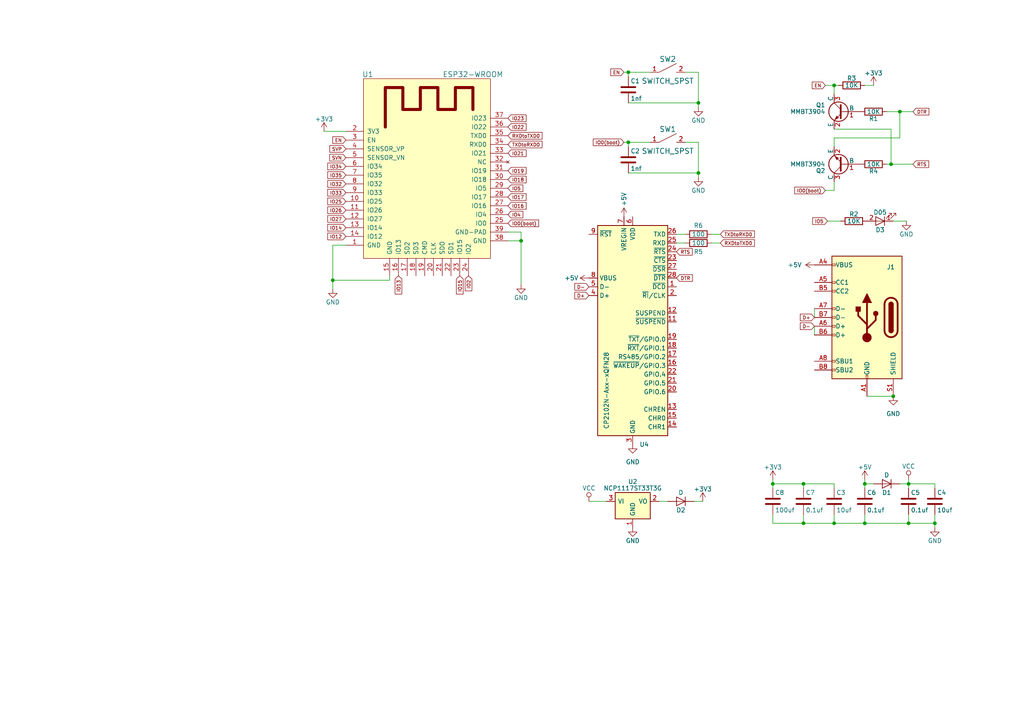
<source format=kicad_sch>
(kicad_sch (version 20220622) (generator eeschema)
  (paper "A4")
  (lib_symbols
    (symbol "Connector:USB_C_Receptacle_USB2.0" (pin_names (offset 1.016))
      (property "Reference" "J" (at -10.16 19.05 0))
      (property "Value" "USB_C_Receptacle_USB2.0" (at 19.05 19.05 0))
      (symbol "USB_C_Receptacle_USB2.0_0_0"
        (rectangle (start -0.254 -17.78) (end 0.254 -16.764))
        (rectangle (start 10.16 -14.986) (end 9.144 -15.494))
        (rectangle (start 10.16 -12.446) (end 9.144 -12.954))
        (rectangle (start 10.16 -4.826) (end 9.144 -5.334))
        (rectangle (start 10.16 -2.286) (end 9.144 -2.794))
        (rectangle (start 10.16 0.254) (end 9.144 -0.254))
        (rectangle (start 10.16 2.794) (end 9.144 2.286))
        (rectangle (start 10.16 7.874) (end 9.144 7.366))
        (rectangle (start 10.16 10.414) (end 9.144 9.906))
        (rectangle (start 10.16 15.494) (end 9.144 14.986))
      )
      (symbol "USB_C_Receptacle_USB2.0_0_1"
        (rectangle (start -10.16 17.78) (end 10.16 -17.78) (stroke (width 0.254)) (fill (type background)))
        (arc (start -8.89 -3.81) (mid -6.985 -5.715) (end -5.08 -3.81) (stroke (width 0.508)))
        (arc (start -7.62 -3.81) (mid -6.985 -4.445) (end -6.35 -3.81) (stroke (width 0.254)))
        (arc (start -7.62 -3.81) (mid -6.985 -4.445) (end -6.35 -3.81) (stroke (width 0.254)) (fill (type outline)))
        (rectangle (start -7.62 -3.81) (end -6.35 3.81) (stroke (width 0.254)) (fill (type outline)))
        (arc (start -6.35 3.81) (mid -6.985 4.445) (end -7.62 3.81) (stroke (width 0.254)))
        (arc (start -6.35 3.81) (mid -6.985 4.445) (end -7.62 3.81) (stroke (width 0.254)) (fill (type outline)))
        (arc (start -5.08 3.81) (mid -6.985 5.715) (end -8.89 3.81) (stroke (width 0.508)))
        (circle (center -2.54 1.143) (radius 0.635) (stroke (width 0.254)) (fill (type outline)))
        (circle (center 0 -5.842) (radius 1.27) (fill (type outline)))
        (polyline (pts (xy -8.89 -3.81) (xy -8.89 3.81)) (stroke (width 0.508)))
        (polyline (pts (xy -5.08 3.81) (xy -5.08 -3.81)) (stroke (width 0.508)))
        (polyline (pts (xy 0 -5.842) (xy 0 4.318)) (stroke (width 0.508)))
        (polyline (pts (xy 0 -3.302) (xy -2.54 -0.762) (xy -2.54 0.508)) (stroke (width 0.508)))
        (polyline (pts (xy 0 -2.032) (xy 2.54 0.508) (xy 2.54 1.778)) (stroke (width 0.508)))
        (polyline (pts (xy -1.27 4.318) (xy 0 6.858) (xy 1.27 4.318) (xy -1.27 4.318)) (stroke (width 0.254)) (fill (type outline)))
        (rectangle (start 1.905 1.778) (end 3.175 3.048) (stroke (width 0.254)) (fill (type outline)))
      )
      (symbol "USB_C_Receptacle_USB2.0_1_1"
        (pin passive line (at 0 -22.86 90) (length 5.08) (name "GND") (number "A1"))
        (pin passive line (at 0 -22.86 90) (length 5.08) hide (name "GND") (number "A12"))
        (pin passive line (at 15.24 15.24 180) (length 5.08) (name "VBUS") (number "A4"))
        (pin bidirectional line (at 15.24 10.16 180) (length 5.08) (name "CC1") (number "A5"))
        (pin bidirectional line (at 15.24 -2.54 180) (length 5.08) (name "D+") (number "A6"))
        (pin bidirectional line (at 15.24 2.54 180) (length 5.08) (name "D-") (number "A7"))
        (pin bidirectional line (at 15.24 -12.7 180) (length 5.08) (name "SBU1") (number "A8"))
        (pin passive line (at 15.24 15.24 180) (length 5.08) hide (name "VBUS") (number "A9"))
        (pin passive line (at 0 -22.86 90) (length 5.08) hide (name "GND") (number "B1"))
        (pin passive line (at 0 -22.86 90) (length 5.08) hide (name "GND") (number "B12"))
        (pin passive line (at 15.24 15.24 180) (length 5.08) hide (name "VBUS") (number "B4"))
        (pin bidirectional line (at 15.24 7.62 180) (length 5.08) (name "CC2") (number "B5"))
        (pin bidirectional line (at 15.24 -5.08 180) (length 5.08) (name "D+") (number "B6"))
        (pin bidirectional line (at 15.24 0 180) (length 5.08) (name "D-") (number "B7"))
        (pin bidirectional line (at 15.24 -15.24 180) (length 5.08) (name "SBU2") (number "B8"))
        (pin passive line (at 15.24 15.24 180) (length 5.08) hide (name "VBUS") (number "B9"))
        (pin passive line (at -7.62 -22.86 90) (length 5.08) (name "SHIELD") (number "S1"))
      )
    )
    (symbol "Interface_USB:CP2102N-Axx-xQFN28"
      (property "Reference" "U" (at -8.89 31.75 0))
      (property "Value" "CP2102N-Axx-xQFN28" (at 12.7 31.75 0))
      (symbol "CP2102N-Axx-xQFN28_0_1"
        (rectangle (start -10.16 30.48) (end 10.16 -30.48) (stroke (width 0.254)) (fill (type background)))
      )
      (symbol "CP2102N-Axx-xQFN28_1_1"
        (pin input line (at 12.7 12.7 180) (length 2.54) (name "~{DCD}") (number "1"))
        (pin no_connect line (at -10.16 -27.94 0) (length 2.54) hide (name "NC") (number "10"))
        (pin output line (at 12.7 2.54 180) (length 2.54) (name "~{SUSPEND}") (number "11"))
        (pin output line (at 12.7 5.08 180) (length 2.54) (name "SUSPEND") (number "12"))
        (pin output line (at 12.7 -22.86 180) (length 2.54) (name "CHREN") (number "13"))
        (pin output line (at 12.7 -27.94 180) (length 2.54) (name "CHR1") (number "14"))
        (pin output line (at 12.7 -25.4 180) (length 2.54) (name "CHR0") (number "15"))
        (pin bidirectional line (at 12.7 -10.16 180) (length 2.54) (name "~{WAKEUP}/GPIO.3") (number "16"))
        (pin bidirectional line (at 12.7 -7.62 180) (length 2.54) (name "RS485/GPIO.2") (number "17"))
        (pin bidirectional line (at 12.7 -5.08 180) (length 2.54) (name "~{RXT}/GPIO.1") (number "18"))
        (pin bidirectional line (at 12.7 -2.54 180) (length 2.54) (name "~{TXT}/GPIO.0") (number "19"))
        (pin bidirectional line (at 12.7 10.16 180) (length 2.54) (name "~{RI}/CLK") (number "2"))
        (pin bidirectional line (at 12.7 -17.78 180) (length 2.54) (name "GPIO.6") (number "20"))
        (pin bidirectional line (at 12.7 -15.24 180) (length 2.54) (name "GPIO.5") (number "21"))
        (pin bidirectional line (at 12.7 -12.7 180) (length 2.54) (name "GPIO.4") (number "22"))
        (pin input line (at 12.7 20.32 180) (length 2.54) (name "~{CTS}") (number "23"))
        (pin output line (at 12.7 22.86 180) (length 2.54) (name "~{RTS}") (number "24"))
        (pin input line (at 12.7 25.4 180) (length 2.54) (name "RXD") (number "25"))
        (pin output line (at 12.7 27.94 180) (length 2.54) (name "TXD") (number "26"))
        (pin input line (at 12.7 17.78 180) (length 2.54) (name "~{DSR}") (number "27"))
        (pin output line (at 12.7 15.24 180) (length 2.54) (name "~{DTR}") (number "28"))
        (pin passive line (at 0 -33.02 90) (length 2.54) hide (name "GND") (number "29"))
        (pin power_in line (at 0 -33.02 90) (length 2.54) (name "GND") (number "3"))
        (pin bidirectional line (at -12.7 10.16 0) (length 2.54) (name "D+") (number "4"))
        (pin bidirectional line (at -12.7 12.7 0) (length 2.54) (name "D-") (number "5"))
        (pin power_in line (at 0 33.02 270) (length 2.54) (name "VDD") (number "6"))
        (pin power_in line (at -2.54 33.02 270) (length 2.54) (name "VREGIN") (number "7"))
        (pin input line (at -12.7 15.24 0) (length 2.54) (name "VBUS") (number "8"))
        (pin input line (at -12.7 27.94 0) (length 2.54) (name "~{RST}") (number "9"))
      )
    )
    (symbol "esp32bb-rescue:+3.3V-esp32bb-rescue" (power) (pin_names (offset 0))
      (property "Value" "+3.3V-esp32bb-rescue" (at 0 3.556 0))
      (symbol "+3.3V-esp32bb-rescue_0_1"
        (polyline (pts (xy -0.762 1.27) (xy 0 2.54)))
        (polyline (pts (xy 0 0) (xy 0 2.54)))
        (polyline (pts (xy 0 2.54) (xy 0.762 1.27)))
      )
      (symbol "+3.3V-esp32bb-rescue_1_1"
        (pin power_in line (at 0 0 90) (length 0) hide (name "+3V3") (number "1"))
      )
    )
    (symbol "esp32bb-rescue:+5V-esp32bb-rescue" (power) (pin_names (offset 0))
      (property "Value" "+5V-esp32bb-rescue" (at 0 3.556 0))
      (symbol "+5V-esp32bb-rescue_0_1"
        (polyline (pts (xy -0.762 1.27) (xy 0 2.54)))
        (polyline (pts (xy 0 0) (xy 0 2.54)))
        (polyline (pts (xy 0 2.54) (xy 0.762 1.27)))
      )
      (symbol "+5V-esp32bb-rescue_1_1"
        (pin power_in line (at 0 0 90) (length 0) hide (name "+5V") (number "1"))
      )
    )
    (symbol "esp32bb-rescue:C-esp32bb-rescue" (pin_numbers hide) (pin_names (offset 0.254))
      (property "Reference" "C" (at 0.635 2.54 0))
      (property "Value" "C-esp32bb-rescue" (at 0.635 -2.54 0))
      (symbol "C-esp32bb-rescue_0_1"
        (polyline (pts (xy -2.032 -0.762) (xy 2.032 -0.762)) (stroke (width 0.508)))
        (polyline (pts (xy -2.032 0.762) (xy 2.032 0.762)) (stroke (width 0.508)))
      )
      (symbol "C-esp32bb-rescue_1_1"
        (pin passive line (at 0 3.81 270) (length 2.794) (name "~") (number "1"))
        (pin passive line (at 0 -3.81 90) (length 2.794) (name "~") (number "2"))
      )
    )
    (symbol "esp32bb-rescue:D-esp32bb-rescue" (pin_numbers hide) (pin_names (offset 1.016) hide)
      (property "Reference" "D" (at 0 2.54 0))
      (property "Value" "D-esp32bb-rescue" (at 0 -2.54 0))
      (symbol "D-esp32bb-rescue_0_1"
        (polyline (pts (xy -1.27 1.27) (xy -1.27 -1.27)) (stroke (width 0.2032)))
        (polyline (pts (xy 1.27 0) (xy -1.27 0)))
        (polyline (pts (xy 1.27 1.27) (xy 1.27 -1.27) (xy -1.27 0) (xy 1.27 1.27)) (stroke (width 0.2032)))
      )
      (symbol "D-esp32bb-rescue_1_1"
        (pin passive line (at -3.81 0 0) (length 2.54) (name "K") (number "1"))
        (pin passive line (at 3.81 0 180) (length 2.54) (name "A") (number "2"))
      )
    )
    (symbol "esp32bb-rescue:ESP32-WROOM-esp32bb-rescue" (pin_names (offset 1.016))
      (property "Reference" "U" (at -17.78 31.75 0))
      (property "Value" "ESP32-WROOM-esp32bb-rescue" (at 12.7 31.75 0))
      (symbol "ESP32-WROOM-esp32bb-rescue_0_1"
        (rectangle (start -19.05 30.48) (end 17.78 -21.59) (fill (type background)))
        (polyline (pts (xy -12.7 16.51) (xy -12.7 27.94) (xy -7.62 27.94) (xy -7.62 21.59) (xy -2.54 21.59) (xy -2.54 27.94) (xy 2.54 27.94) (xy 2.54 21.59) (xy 7.62 21.59) (xy 7.62 27.94) (xy 12.7 27.94) (xy 12.7 21.59)) (stroke (width 0.889)))
      )
      (symbol "ESP32-WROOM-esp32bb-rescue_1_1"
        (pin power_out line (at -24.13 -17.78 0) (length 5.08) (name "GND") (number "1"))
        (pin bidirectional line (at -24.13 -5.08 0) (length 5.08) (name "IO25") (number "10"))
        (pin bidirectional line (at -24.13 -7.62 0) (length 5.08) (name "IO26") (number "11"))
        (pin bidirectional line (at -24.13 -10.16 0) (length 5.08) (name "IO27") (number "12"))
        (pin bidirectional line (at -24.13 -12.7 0) (length 5.08) (name "IO14") (number "13"))
        (pin bidirectional line (at -24.13 -15.24 0) (length 5.08) (name "IO12") (number "14"))
        (pin power_in line (at -11.43 -26.67 90) (length 5.08) (name "GND") (number "15"))
        (pin bidirectional line (at -8.89 -26.67 90) (length 5.08) (name "IO13") (number "16"))
        (pin bidirectional line (at -6.35 -26.67 90) (length 5.08) (name "SD2") (number "17"))
        (pin bidirectional line (at -3.81 -26.67 90) (length 5.08) (name "SD3") (number "18"))
        (pin bidirectional line (at -1.27 -26.67 90) (length 5.08) (name "CMD") (number "19"))
        (pin power_in line (at -24.13 15.24 0) (length 5.08) (name "3V3") (number "2"))
        (pin input line (at 1.27 -26.67 90) (length 5.08) (name "CLK") (number "20"))
        (pin bidirectional line (at 3.81 -26.67 90) (length 5.08) (name "SDO") (number "21"))
        (pin bidirectional line (at 6.35 -26.67 90) (length 5.08) (name "SD1") (number "22"))
        (pin bidirectional line (at 8.89 -26.67 90) (length 5.08) (name "IO15") (number "23"))
        (pin bidirectional line (at 11.43 -26.67 90) (length 5.08) (name "IO2") (number "24"))
        (pin bidirectional line (at 22.86 -11.43 180) (length 5.08) (name "IO0") (number "25"))
        (pin input line (at 22.86 -8.89 180) (length 5.08) (name "IO4") (number "26"))
        (pin bidirectional line (at 22.86 -6.35 180) (length 5.08) (name "IO16") (number "27"))
        (pin bidirectional line (at 22.86 -3.81 180) (length 5.08) (name "IO17") (number "28"))
        (pin bidirectional line (at 22.86 -1.27 180) (length 5.08) (name "IO5") (number "29"))
        (pin input line (at -24.13 12.7 0) (length 5.08) (name "EN") (number "3"))
        (pin input line (at 22.86 1.27 180) (length 5.08) (name "IO18") (number "30"))
        (pin bidirectional line (at 22.86 3.81 180) (length 5.08) (name "IO19") (number "31"))
        (pin no_connect line (at 22.86 6.35 180) (length 5.08) (name "NC") (number "32"))
        (pin bidirectional line (at 22.86 8.89 180) (length 5.08) (name "IO21") (number "33"))
        (pin bidirectional line (at 22.86 11.43 180) (length 5.08) (name "RXD0") (number "34"))
        (pin bidirectional line (at 22.86 13.97 180) (length 5.08) (name "TXD0") (number "35"))
        (pin bidirectional line (at 22.86 16.51 180) (length 5.08) (name "IO22") (number "36"))
        (pin bidirectional line (at 22.86 19.05 180) (length 5.08) (name "IO23") (number "37"))
        (pin power_in line (at 22.86 -16.51 180) (length 5.08) (name "GND") (number "38"))
        (pin power_in line (at 22.86 -13.97 180) (length 5.08) (name "GND-PAD") (number "39"))
        (pin input line (at -24.13 10.16 0) (length 5.08) (name "SENSOR_VP") (number "4"))
        (pin input line (at -24.13 7.62 0) (length 5.08) (name "SENSOR_VN") (number "5"))
        (pin bidirectional line (at -24.13 5.08 0) (length 5.08) (name "IO34") (number "6"))
        (pin bidirectional line (at -24.13 2.54 0) (length 5.08) (name "IO35") (number "7"))
        (pin bidirectional line (at -24.13 0 0) (length 5.08) (name "IO32") (number "8"))
        (pin bidirectional line (at -24.13 -2.54 0) (length 5.08) (name "IO33") (number "9"))
      )
    )
    (symbol "esp32bb-rescue:GND-esp32bb-rescue" (power) (pin_names (offset 0))
      (property "Value" "GND-esp32bb-rescue" (at 0 -3.81 0))
      (symbol "GND-esp32bb-rescue_0_1"
        (polyline (pts (xy 0 0) (xy 0 -1.27) (xy 1.27 -1.27) (xy 0 -2.54) (xy -1.27 -1.27) (xy 0 -1.27)))
      )
      (symbol "GND-esp32bb-rescue_1_1"
        (pin power_in line (at 0 0 270) (length 0) hide (name "GND") (number "1"))
      )
    )
    (symbol "esp32bb-rescue:LED-esp32bb-rescue" (pin_names (offset 1.016) hide)
      (property "Reference" "D" (at 0 2.54 0))
      (property "Value" "LED-esp32bb-rescue" (at 0 -2.54 0))
      (symbol "LED-esp32bb-rescue_0_1"
        (polyline (pts (xy -1.27 -1.27) (xy -1.27 1.27)) (stroke (width 0.2032)))
        (polyline (pts (xy -1.27 0) (xy 1.27 0)))
        (polyline (pts (xy 1.27 -1.27) (xy 1.27 1.27) (xy -1.27 0) (xy 1.27 -1.27)) (stroke (width 0.2032)))
        (polyline (pts (xy -3.048 -0.762) (xy -4.572 -2.286) (xy -3.81 -2.286) (xy -4.572 -2.286) (xy -4.572 -1.524)))
        (polyline (pts (xy -1.778 -0.762) (xy -3.302 -2.286) (xy -2.54 -2.286) (xy -3.302 -2.286) (xy -3.302 -1.524)))
      )
      (symbol "LED-esp32bb-rescue_1_1"
        (pin passive line (at -3.81 0 0) (length 2.54) (name "K") (number "1"))
        (pin passive line (at 3.81 0 180) (length 2.54) (name "A") (number "2"))
      )
    )
    (symbol "esp32bb-rescue:MMBT3904-esp32bb-rescue" (pin_names (offset 0))
      (property "Reference" "Q" (at 5.08 1.905 0))
      (property "Value" "MMBT3904-esp32bb-rescue" (at 5.08 0 0))
      (symbol "MMBT3904-esp32bb-rescue_0_1"
        (polyline (pts (xy 0 0) (xy 0.635 0)))
        (polyline (pts (xy 0.635 0.635) (xy 2.54 2.54)))
        (polyline (pts (xy 0.635 -0.635) (xy 2.54 -2.54) (xy 2.54 -2.54)))
        (polyline (pts (xy 0.635 1.905) (xy 0.635 -1.905) (xy 0.635 -1.905)) (stroke (width 0.508)))
        (polyline (pts (xy 1.27 -1.778) (xy 1.778 -1.27) (xy 2.286 -2.286) (xy 1.27 -1.778) (xy 1.27 -1.778)) (fill (type outline)))
        (circle (center 1.27 0) (radius 2.8194) (stroke (width 0.254)))
      )
      (symbol "MMBT3904-esp32bb-rescue_1_1"
        (pin input line (at -5.08 0 0) (length 5.08) (name "B") (number "1"))
        (pin passive line (at 2.54 -5.08 90) (length 2.54) (name "E") (number "2"))
        (pin passive line (at 2.54 5.08 270) (length 2.54) (name "C") (number "3"))
      )
    )
    (symbol "esp32bb-rescue:NCP1117ST33T3G-esp32bb-rescue" (pin_names (offset 0.762))
      (property "Reference" "U" (at 0 5.715 0))
      (property "Value" "NCP1117ST33T3G-esp32bb-rescue" (at 0 3.81 0))
      (symbol "NCP1117ST33T3G-esp32bb-rescue_0_1"
        (rectangle (start -5.08 2.54) (end 5.08 -5.08) (stroke (width 0.254)) (fill (type background)))
      )
      (symbol "NCP1117ST33T3G-esp32bb-rescue_1_1"
        (pin power_in line (at 0 -7.62 90) (length 2.54) (name "GND") (number "1"))
        (pin power_out line (at 7.62 0 180) (length 2.54) (name "VO") (number "2"))
        (pin power_in line (at -7.62 0 0) (length 2.54) (name "VI") (number "3"))
      )
    )
    (symbol "esp32bb-rescue:R-esp32bb-rescue" (pin_numbers hide) (pin_names (offset 0))
      (property "Reference" "R" (at 2.032 0 90))
      (property "Value" "R-esp32bb-rescue" (at 0 0 90))
      (symbol "R-esp32bb-rescue_0_1"
        (rectangle (start -1.016 -2.54) (end 1.016 2.54) (stroke (width 0.254)))
      )
      (symbol "R-esp32bb-rescue_1_1"
        (pin passive line (at 0 3.81 270) (length 1.27) (name "~") (number "1"))
        (pin passive line (at 0 -3.81 90) (length 1.27) (name "~") (number "2"))
      )
    )
    (symbol "esp32bb-rescue:SWITCH_SPST-esp32bb-rescue" (pin_names (offset 1.016))
      (property "Reference" "SW" (at 0 3.81 0))
      (property "Value" "SWITCH_SPST-esp32bb-rescue" (at 0 -2.54 0))
      (symbol "SWITCH_SPST-esp32bb-rescue_0_1"
        (polyline (pts (xy -2.54 0) (xy 2.54 2.54)))
      )
      (symbol "SWITCH_SPST-esp32bb-rescue_1_1"
        (pin input line (at -5.08 0 0) (length 2.54) (name "~") (number "1"))
        (pin input line (at 5.08 0 180) (length 2.54) (name "~") (number "2"))
      )
    )
    (symbol "esp32bb-rescue:VCC-esp32bb-rescue" (power) (pin_names (offset 0))
      (property "Value" "VCC-esp32bb-rescue" (at 0 3.81 0))
      (symbol "VCC-esp32bb-rescue_0_1"
        (polyline (pts (xy 0 0) (xy 0 1.27)))
        (circle (center 0 1.905) (radius 0.635))
      )
      (symbol "VCC-esp32bb-rescue_1_1"
        (pin power_in line (at 0 0 90) (length 0) hide (name "VCC") (number "1"))
      )
    )
    (symbol "power:GND" (power) (pin_names (offset 0))
      (property "Value" "GND" (at 0 -3.81 0))
      (symbol "GND_0_1"
        (polyline (pts (xy 0 0) (xy 0 -1.27) (xy 1.27 -1.27) (xy 0 -2.54) (xy -1.27 -1.27) (xy 0 -1.27)))
      )
      (symbol "GND_1_1"
        (pin power_in line (at 0 0 270) (length 0) hide (name "GND") (number "1"))
      )
    )
  )
  (junction (at 182.245 20.955))
  (junction (at 224.155 140.335))
  (junction (at 202.565 29.845))
  (junction (at 258.445 47.625))
  (junction (at 260.985 32.385))
  (junction (at 182.245 41.275))
  (junction (at 263.525 151.765))
  (junction (at 271.145 151.765))
  (junction (at 202.565 50.165))
  (junction (at 250.825 140.335))
  (junction (at 241.935 151.765))
  (junction (at 233.045 151.765))
  (junction (at 259.08 114.935))
  (junction (at 241.935 24.765))
  (junction (at 263.525 140.335))
  (junction (at 96.52 81.28))
  (junction (at 233.045 140.335))
  (junction (at 151.13 69.85))
  (junction (at 250.825 151.765))
  (wire (pts (xy 250.825 140.335) (xy 250.825 141.605)))
  (wire (pts (xy 250.825 139.065) (xy 250.825 140.335)))
  (wire (pts (xy 263.525 140.335) (xy 263.525 141.605)))
  (wire (pts (xy 239.395 24.765) (xy 241.935 24.765)))
  (wire (pts (xy 241.935 24.765) (xy 243.205 24.765)))
  (wire (pts (xy 224.155 139.065) (xy 224.155 140.335)))
  (wire (pts (xy 182.245 29.845) (xy 202.565 29.845)))
  (wire (pts (xy 180.975 20.955) (xy 182.245 20.955)))
  (wire (pts (xy 257.175 47.625) (xy 258.445 47.625)))
  (wire (pts (xy 263.525 140.335) (xy 271.145 140.335)))
  (wire (pts (xy 263.525 151.765) (xy 263.525 149.225)))
  (wire (pts (xy 257.175 32.385) (xy 260.985 32.385)))
  (wire (pts (xy 206.375 70.485) (xy 208.915 70.485)))
  (wire (pts (xy 236.22 89.535) (xy 236.22 92.075)))
  (wire (pts (xy 241.935 42.545) (xy 241.935 40.005)))
  (wire (pts (xy 260.985 140.335) (xy 263.525 140.335)))
  (wire (pts (xy 170.815 145.415) (xy 175.895 145.415)))
  (wire (pts (xy 198.755 41.275) (xy 202.565 41.275)))
  (wire (pts (xy 241.935 37.465) (xy 258.445 37.465)))
  (wire (pts (xy 241.935 55.245) (xy 241.935 52.705)))
  (wire (pts (xy 198.755 20.955) (xy 202.565 20.955)))
  (wire (pts (xy 180.975 41.275) (xy 182.245 41.275)))
  (wire (pts (xy 271.145 149.225) (xy 271.145 151.765)))
  (wire (pts (xy 239.395 55.245) (xy 241.935 55.245)))
  (wire (pts (xy 202.565 50.165) (xy 202.565 51.435)))
  (wire (pts (xy 233.045 141.605) (xy 233.045 140.335)))
  (wire (pts (xy 100.33 71.12) (xy 96.52 71.12)))
  (wire (pts (xy 251.46 114.935) (xy 259.08 114.935)))
  (wire (pts (xy 233.045 149.225) (xy 233.045 151.765)))
  (wire (pts (xy 182.245 20.955) (xy 188.595 20.955)))
  (wire (pts (xy 258.445 47.625) (xy 264.795 47.625)))
  (wire (pts (xy 233.045 140.335) (xy 241.935 140.335)))
  (wire (pts (xy 259.08 64.135) (xy 262.89 64.135)))
  (wire (pts (xy 224.155 140.335) (xy 233.045 140.335)))
  (wire (pts (xy 260.985 40.005) (xy 260.985 32.385)))
  (wire (pts (xy 182.245 41.275) (xy 188.595 41.275)))
  (wire (pts (xy 182.245 41.275) (xy 182.245 42.545)))
  (wire (pts (xy 241.935 151.765) (xy 250.825 151.765)))
  (wire (pts (xy 96.52 81.28) (xy 96.52 83.82)))
  (wire (pts (xy 224.155 149.225) (xy 224.155 151.765)))
  (wire (pts (xy 202.565 29.845) (xy 202.565 31.115)))
  (wire (pts (xy 182.245 20.955) (xy 182.245 22.225)))
  (wire (pts (xy 147.32 69.85) (xy 151.13 69.85)))
  (wire (pts (xy 202.565 20.955) (xy 202.565 29.845)))
  (wire (pts (xy 263.525 139.065) (xy 263.525 140.335)))
  (wire (pts (xy 198.755 67.945) (xy 196.215 67.945)))
  (wire (pts (xy 233.045 151.765) (xy 241.935 151.765)))
  (wire (pts (xy 224.155 151.765) (xy 233.045 151.765)))
  (wire (pts (xy 250.825 151.765) (xy 263.525 151.765)))
  (wire (pts (xy 258.445 37.465) (xy 258.445 47.625)))
  (wire (pts (xy 271.145 151.765) (xy 271.145 153.035)))
  (wire (pts (xy 206.375 67.945) (xy 208.915 67.945)))
  (wire (pts (xy 202.565 41.275) (xy 202.565 50.165)))
  (wire (pts (xy 271.145 140.335) (xy 271.145 141.605)))
  (wire (pts (xy 250.825 24.765) (xy 253.365 24.765)))
  (wire (pts (xy 263.525 151.765) (xy 271.145 151.765)))
  (wire (pts (xy 241.935 24.765) (xy 241.935 27.305)))
  (wire (pts (xy 182.245 50.165) (xy 202.565 50.165)))
  (wire (pts (xy 241.935 40.005) (xy 260.985 40.005)))
  (wire (pts (xy 250.825 149.225) (xy 250.825 151.765)))
  (wire (pts (xy 201.295 145.415) (xy 203.835 145.415)))
  (wire (pts (xy 151.13 67.31) (xy 151.13 69.85)))
  (wire (pts (xy 241.935 140.335) (xy 241.935 141.605)))
  (wire (pts (xy 198.755 70.485) (xy 196.215 70.485)))
  (wire (pts (xy 151.13 69.85) (xy 151.13 82.55)))
  (wire (pts (xy 113.03 80.01) (xy 113.03 81.28)))
  (wire (pts (xy 241.935 151.765) (xy 241.935 149.225)))
  (wire (pts (xy 260.985 32.385) (xy 264.795 32.385)))
  (wire (pts (xy 250.825 140.335) (xy 253.365 140.335)))
  (wire (pts (xy 147.32 67.31) (xy 151.13 67.31)))
  (wire (pts (xy 113.03 81.28) (xy 96.52 81.28)))
  (wire (pts (xy 240.03 64.135) (xy 243.84 64.135)))
  (wire (pts (xy 96.52 71.12) (xy 96.52 81.28)))
  (wire (pts (xy 193.675 145.415) (xy 191.135 145.415)))
  (wire (pts (xy 93.98 38.1) (xy 100.33 38.1)))
  (wire (pts (xy 224.155 140.335) (xy 224.155 141.605)))
  (wire (pts (xy 236.22 94.615) (xy 236.22 97.155)))
  (global_label "SVP" (shape input) (at 100.33 43.18 180) (effects (font (size 0.9906 0.9906))) (property "Intersheet References" "${INTERSHEET_REFS}" (effects hide)))
  (global_label "IO27" (shape input) (at 100.33 63.5 180) (effects (font (size 0.9906 0.9906))) (property "Intersheet References" "${INTERSHEET_REFS}" (effects hide)))
  (global_label "IO12" (shape input) (at 100.33 68.58 180) (effects (font (size 0.9906 0.9906))) (property "Intersheet References" "${INTERSHEET_REFS}" (effects hide)))
  (global_label "SVN" (shape input) (at 100.33 45.72 180) (effects (font (size 0.9906 0.9906))) (property "Intersheet References" "${INTERSHEET_REFS}" (effects hide)))
  (global_label "IO5" (shape input) (at 147.32 54.61 0) (effects (font (size 0.9906 0.9906))) (property "Intersheet References" "${INTERSHEET_REFS}" (effects hide)))
  (global_label "IO32" (shape input) (at 100.33 53.34 180) (effects (font (size 0.9906 0.9906))) (property "Intersheet References" "${INTERSHEET_REFS}" (effects hide)))
  (global_label "RXDtoTXD0" (shape input) (at 147.32 39.37 0) (effects (font (size 0.9906 0.9906))) (property "Intersheet References" "${INTERSHEET_REFS}" (effects hide)))
  (global_label "IO17" (shape input) (at 147.32 57.15 0) (effects (font (size 0.9906 0.9906))) (property "Intersheet References" "${INTERSHEET_REFS}" (effects hide)))
  (global_label "TXDtoRXD0" (shape input) (at 147.32 41.91 0) (effects (font (size 0.9906 0.9906))) (property "Intersheet References" "${INTERSHEET_REFS}" (effects hide)))
  (global_label "EN" (shape input) (at 239.395 24.765 180) (effects (font (size 0.9906 0.9906))) (property "Intersheet References" "${INTERSHEET_REFS}" (effects hide)))
  (global_label "RTS" (shape input) (at 264.795 47.625 0) (effects (font (size 0.9906 0.9906))) (property "Intersheet References" "${INTERSHEET_REFS}" (effects hide)))
  (global_label "IO16" (shape input) (at 147.32 59.69 0) (effects (font (size 0.9906 0.9906))) (property "Intersheet References" "${INTERSHEET_REFS}" (effects hide)))
  (global_label "IO14" (shape input) (at 100.33 66.04 180) (effects (font (size 0.9906 0.9906))) (property "Intersheet References" "${INTERSHEET_REFS}" (effects hide)))
  (global_label "RTS" (shape input) (at 196.215 73.025 0) (effects (font (size 0.9906 0.9906))) (property "Intersheet References" "${INTERSHEET_REFS}" (effects hide)))
  (global_label "IO4" (shape input) (at 147.32 62.23 0) (effects (font (size 0.9906 0.9906))) (property "Intersheet References" "${INTERSHEET_REFS}" (effects hide)))
  (global_label "DTR" (shape input) (at 264.795 32.385 0) (effects (font (size 0.9906 0.9906))) (property "Intersheet References" "${INTERSHEET_REFS}" (effects hide)))
  (global_label "IO26" (shape input) (at 100.33 60.96 180) (effects (font (size 0.9906 0.9906))) (property "Intersheet References" "${INTERSHEET_REFS}" (effects hide)))
  (global_label "EN" (shape input) (at 180.975 20.955 180) (effects (font (size 0.9906 0.9906))) (property "Intersheet References" "${INTERSHEET_REFS}" (effects hide)))
  (global_label "IO15" (shape input) (at 133.35 80.01 270) (effects (font (size 0.9906 0.9906))) (property "Intersheet References" "${INTERSHEET_REFS}" (effects hide)))
  (global_label "IO21" (shape input) (at 147.32 44.45 0) (effects (font (size 0.9906 0.9906))) (property "Intersheet References" "${INTERSHEET_REFS}" (effects hide)))
  (global_label "TXDtoRXD0" (shape input) (at 208.915 67.945 0) (effects (font (size 0.9906 0.9906))) (property "Intersheet References" "${INTERSHEET_REFS}" (effects hide)))
  (global_label "EN" (shape input) (at 100.33 40.64 180) (effects (font (size 0.9906 0.9906))) (property "Intersheet References" "${INTERSHEET_REFS}" (effects hide)))
  (global_label "D-" (shape input) (at 236.22 94.615 180) (effects (font (size 0.9906 0.9906))) (property "Intersheet References" "${INTERSHEET_REFS}" (effects hide)))
  (global_label "DTR" (shape input) (at 196.215 80.645 0) (effects (font (size 0.9906 0.9906))) (property "Intersheet References" "${INTERSHEET_REFS}" (effects hide)))
  (global_label "IO33" (shape input) (at 100.33 55.88 180) (effects (font (size 0.9906 0.9906))) (property "Intersheet References" "${INTERSHEET_REFS}" (effects hide)))
  (global_label "IO0(boot)" (shape input) (at 180.975 41.275 180) (effects (font (size 0.9906 0.9906))) (property "Intersheet References" "${INTERSHEET_REFS}" (effects hide)))
  (global_label "D+" (shape input) (at 236.22 92.075 180) (effects (font (size 0.9906 0.9906))) (property "Intersheet References" "${INTERSHEET_REFS}" (effects hide)))
  (global_label "IO18" (shape input) (at 147.32 52.07 0) (effects (font (size 0.9906 0.9906))) (property "Intersheet References" "${INTERSHEET_REFS}" (effects hide)))
  (global_label "IO0(boot)" (shape input) (at 239.395 55.245 180) (effects (font (size 0.9906 0.9906))) (property "Intersheet References" "${INTERSHEET_REFS}" (effects hide)))
  (global_label "D+" (shape input) (at 170.815 85.725 180) (effects (font (size 0.9906 0.9906))) (property "Intersheet References" "${INTERSHEET_REFS}" (effects hide)))
  (global_label "RXDtoTXD0" (shape input) (at 208.915 70.485 0) (effects (font (size 0.9906 0.9906))) (property "Intersheet References" "${INTERSHEET_REFS}" (effects hide)))
  (global_label "IO23" (shape input) (at 147.32 34.29 0) (effects (font (size 0.9906 0.9906))) (property "Intersheet References" "${INTERSHEET_REFS}" (effects hide)))
  (global_label "IO22" (shape input) (at 147.32 36.83 0) (effects (font (size 0.9906 0.9906))) (property "Intersheet References" "${INTERSHEET_REFS}" (effects hide)))
  (global_label "IO34" (shape input) (at 100.33 48.26 180) (effects (font (size 0.9906 0.9906))) (property "Intersheet References" "${INTERSHEET_REFS}" (effects hide)))
  (global_label "IO13" (shape input) (at 115.57 80.01 270) (effects (font (size 0.9906 0.9906))) (property "Intersheet References" "${INTERSHEET_REFS}" (effects hide)))
  (global_label "IO2" (shape input) (at 135.89 80.01 270) (effects (font (size 0.9906 0.9906))) (property "Intersheet References" "${INTERSHEET_REFS}" (effects hide)))
  (global_label "IO0(boot)" (shape input) (at 147.32 64.77 0) (effects (font (size 0.9906 0.9906))) (property "Intersheet References" "${INTERSHEET_REFS}" (effects hide)))
  (global_label "D-" (shape input) (at 170.815 83.185 180) (effects (font (size 0.9906 0.9906))) (property "Intersheet References" "${INTERSHEET_REFS}" (effects hide)))
  (global_label "IO25" (shape input) (at 100.33 58.42 180) (effects (font (size 0.9906 0.9906))) (property "Intersheet References" "${INTERSHEET_REFS}" (effects hide)))
  (global_label "IO5" (shape input) (at 240.03 64.135 180) (effects (font (size 0.9906 0.9906))) (property "Intersheet References" "${INTERSHEET_REFS}" (effects hide)))
  (global_label "IO19" (shape input) (at 147.32 49.53 0) (effects (font (size 0.9906 0.9906))) (property "Intersheet References" "${INTERSHEET_REFS}" (effects hide)))
  (global_label "IO35" (shape input) (at 100.33 50.8 180) (effects (font (size 0.9906 0.9906))) (property "Intersheet References" "${INTERSHEET_REFS}" (effects hide)))
  (symbol (lib_id "esp32bb-rescue:C-esp32bb-rescue") (at 250.825 145.415 0) (unit 1)
    (default_instance (reference "U") (unit 1) (value "") (footprint ""))
    (property "Reference" "C6" (at 251.46 142.875 0) (effects (justify left)))
    (property "Value" "0.1uf" (at 251.46 147.955 0) (effects (justify left)))
    (property "Footprint" "Capacitor_SMD:C_0603_1608Metric" (effects hide))
  )
  (symbol (lib_id "esp32bb-rescue:C-esp32bb-rescue") (at 182.245 46.355 0) (unit 1)
    (default_instance (reference "U") (unit 1) (value "") (footprint ""))
    (property "Reference" "C2" (at 182.88 43.815 0) (effects (justify left)))
    (property "Value" "1nf" (at 182.88 48.895 0) (effects (justify left)))
    (property "Footprint" "Capacitor_SMD:C_0603_1608Metric" (effects hide))
  )
  (symbol (lib_id "esp32bb-rescue:C-esp32bb-rescue") (at 233.045 145.415 0) (unit 1)
    (default_instance (reference "U") (unit 1) (value "") (footprint ""))
    (property "Reference" "C7" (at 233.68 142.875 0) (effects (justify left)))
    (property "Value" "0.1uf" (at 233.68 147.955 0) (effects (justify left)))
    (property "Footprint" "Capacitor_SMD:C_0603_1608Metric" (effects hide))
  )
  (symbol (lib_id "esp32bb-rescue:R-esp32bb-rescue") (at 253.365 47.625 270) (unit 1)
    (default_instance (reference "U") (unit 1) (value "") (footprint ""))
    (property "Reference" "R4" (at 253.365 49.657 90))
    (property "Value" "10K" (at 253.365 47.625 90))
    (property "Footprint" "Resistor_SMD:R_0603_1608Metric" (effects hide))
  )
  (symbol (lib_id "Interface_USB:CP2102N-Axx-xQFN28") (at 183.515 95.885 0) (unit 1)
    (default_instance (reference "U") (unit 1) (value "CP2102N-Axx-xQFN28") (footprint "Package_DFN_QFN:QFN-28-1EP_5x5mm_P0.5mm_EP3.35x3.35mm"))
    (property "Reference" "U4" (at 185.4709 128.905 0) (effects (justify left)))
    (property "Value" "CP2102N-Axx-xQFN28" (at 175.895 124.46 90) (effects (justify left)))
    (property "Footprint" "Package_DFN_QFN:QFN-28-1EP_5x5mm_P0.5mm_EP3.35x3.35mm" (effects hide))
    (property "Datasheet" "https://www.silabs.com/documents/public/data-sheets/cp2102n-datasheet.pdf" (effects hide))
  )
  (symbol (lib_id "esp32bb-rescue:VCC-esp32bb-rescue") (at 263.525 139.065 0) (unit 1)
    (default_instance (reference "U") (unit 1) (value "") (footprint ""))
    (property "Reference" "#PWR016" (effects hide))
    (property "Value" "VCC" (at 263.525 135.255 0))
  )
  (symbol (lib_id "esp32bb-rescue:R-esp32bb-rescue") (at 202.565 70.485 270) (unit 1)
    (default_instance (reference "U") (unit 1) (value "") (footprint ""))
    (property "Reference" "R5" (at 202.565 73.025 90))
    (property "Value" "100" (at 202.565 70.485 90))
    (property "Footprint" "Resistor_SMD:R_0603_1608Metric" (effects hide))
  )
  (symbol (lib_id "esp32bb-rescue:GND-esp32bb-rescue") (at 262.89 64.135 0) (unit 1)
    (default_instance (reference "U") (unit 1) (value "") (footprint ""))
    (property "Reference" "#PWR021" (effects hide))
    (property "Value" "GND" (at 262.89 67.945 0))
  )
  (symbol (lib_id "esp32bb-rescue:GND-esp32bb-rescue") (at 202.565 51.435 0) (unit 1)
    (default_instance (reference "U") (unit 1) (value "") (footprint ""))
    (property "Reference" "#PWR022" (effects hide))
    (property "Value" "GND" (at 202.565 55.245 0))
  )
  (symbol (lib_id "esp32bb-rescue:SWITCH_SPST-esp32bb-rescue") (at 193.675 20.955 0) (unit 1)
    (default_instance (reference "U") (unit 1) (value "") (footprint ""))
    (property "Reference" "SW2" (at 193.675 17.145 0) (effects (font (size 1.524 1.524))))
    (property "Value" "SWITCH_SPST" (at 193.675 23.495 0) (effects (font (size 1.524 1.524))))
    (property "Footprint" "switch:SKRPACE010" (effects hide))
  )
  (symbol (lib_id "esp32bb-rescue:GND-esp32bb-rescue") (at 271.145 153.035 0) (unit 1)
    (default_instance (reference "U") (unit 1) (value "") (footprint ""))
    (property "Reference" "#PWR017" (effects hide))
    (property "Value" "GND" (at 271.145 156.845 0))
  )
  (symbol (lib_id "esp32bb-rescue:+5V-esp32bb-rescue") (at 236.22 76.835 90) (unit 1)
    (default_instance (reference "U") (unit 1) (value "") (footprint ""))
    (property "Reference" "#PWR03" (effects hide))
    (property "Value" "+5V" (at 230.505 76.835 90))
  )
  (symbol (lib_id "esp32bb-rescue:+5V-esp32bb-rescue") (at 250.825 139.065 0) (unit 1)
    (default_instance (reference "U") (unit 1) (value "") (footprint ""))
    (property "Reference" "#PWR014" (effects hide))
    (property "Value" "+5V" (at 250.825 135.509 0))
  )
  (symbol (lib_id "esp32bb-rescue:D-esp32bb-rescue") (at 197.485 145.415 180) (unit 1)
    (default_instance (reference "U") (unit 1) (value "") (footprint ""))
    (property "Reference" "D2" (at 197.485 147.955 0))
    (property "Value" "D" (at 197.485 142.875 0))
    (property "Footprint" "common:D_0805" (effects hide))
  )
  (symbol (lib_id "esp32bb-rescue:NCP1117ST33T3G-esp32bb-rescue") (at 183.515 145.415 0) (unit 1)
    (default_instance (reference "U") (unit 1) (value "") (footprint ""))
    (property "Reference" "U2" (at 183.515 139.7 0))
    (property "Value" "NCP1117ST33T3G" (at 183.515 141.605 0))
    (property "Footprint" "TO_SOT_Packages_SMD:SOT-223" (effects hide))
  )
  (symbol (lib_id "esp32bb-rescue:GND-esp32bb-rescue") (at 183.515 153.035 0) (unit 1)
    (default_instance (reference "U") (unit 1) (value "") (footprint ""))
    (property "Reference" "#PWR07" (effects hide))
    (property "Value" "GND" (at 183.515 156.845 0))
  )
  (symbol (lib_id "esp32bb-rescue:+3.3V-esp32bb-rescue") (at 203.835 145.415 0) (unit 1)
    (default_instance (reference "U") (unit 1) (value "") (footprint ""))
    (property "Reference" "#PWR06" (effects hide))
    (property "Value" "+3.3V" (at 203.835 141.859 0))
  )
  (symbol (lib_id "esp32bb-rescue:LED-esp32bb-rescue") (at 255.27 64.135 180) (unit 1)
    (default_instance (reference "U") (unit 1) (value "") (footprint ""))
    (property "Reference" "D3" (at 255.27 66.675 0))
    (property "Value" "D05" (at 255.27 61.595 0))
    (property "Footprint" "LEDs:LED_0603" (effects hide))
  )
  (symbol (lib_id "esp32bb-rescue:GND-esp32bb-rescue") (at 96.52 83.82 0) (unit 1)
    (default_instance (reference "U") (unit 1) (value "") (footprint ""))
    (property "Reference" "#PWR01" (effects hide))
    (property "Value" "GND" (at 96.52 87.63 0))
  )
  (symbol (lib_id "esp32bb-rescue:ESP32-WROOM-esp32bb-rescue") (at 124.46 53.34 0) (unit 1)
    (default_instance (reference "U") (unit 1) (value "") (footprint ""))
    (property "Reference" "U1" (at 106.68 21.59 0) (effects (font (size 1.524 1.524))))
    (property "Value" "ESP32-WROOM" (at 137.16 21.59 0) (effects (font (size 1.524 1.524))))
    (property "Footprint" "RF_Module:ESP32-WROOM-32" (effects hide))
  )
  (symbol (lib_id "power:GND") (at 259.08 114.935 0) (unit 1)
    (default_instance (reference "#PWR") (unit 1) (value "GND") (footprint ""))
    (property "Reference" "#PWR0102" (effects hide))
    (property "Value" "GND" (at 259.08 120.015 0))
  )
  (symbol (lib_id "Connector:USB_C_Receptacle_USB2.0") (at 251.46 92.075 0) (mirror y) (unit 1)
    (default_instance (reference "J") (unit 1) (value "USB_C_Receptacle_USB2.0") (footprint ""))
    (property "Reference" "J1" (at 257.175 77.47 0) (effects (justify right)))
    (property "Value" " " (at 257.81 80.01 0) (effects (justify right)))
    (property "Footprint" "kien242:USB-C-16pin-hight-v2" (effects hide))
    (property "Datasheet" "https://www.usb.org/sites/default/files/documents/usb_type-c.zip" (effects hide))
  )
  (symbol (lib_id "esp32bb-rescue:MMBT3904-esp32bb-rescue") (at 244.475 47.625 180) (unit 1)
    (default_instance (reference "U") (unit 1) (value "") (footprint ""))
    (property "Reference" "Q2" (at 239.395 49.53 0) (effects (justify left)))
    (property "Value" "MMBT3904" (at 239.395 47.625 0) (effects (justify left)))
    (property "Footprint" "TO_SOT_Packages_SMD:SOT-23" (effects hide))
  )
  (symbol (lib_id "esp32bb-rescue:R-esp32bb-rescue") (at 202.565 67.945 270) (unit 1)
    (default_instance (reference "U") (unit 1) (value "") (footprint ""))
    (property "Reference" "R6" (at 202.565 65.405 90))
    (property "Value" "100" (at 202.565 67.945 90))
    (property "Footprint" "Resistor_SMD:R_0603_1608Metric" (effects hide))
  )
  (symbol (lib_id "esp32bb-rescue:C-esp32bb-rescue") (at 271.145 145.415 0) (unit 1)
    (default_instance (reference "U") (unit 1) (value "") (footprint ""))
    (property "Reference" "C4" (at 271.78 142.875 0) (effects (justify left)))
    (property "Value" "10uf" (at 271.78 147.955 0) (effects (justify left)))
    (property "Footprint" "Capacitor_SMD:C_0603_1608Metric" (effects hide))
  )
  (symbol (lib_id "esp32bb-rescue:C-esp32bb-rescue") (at 182.245 26.035 0) (unit 1)
    (default_instance (reference "U") (unit 1) (value "") (footprint ""))
    (property "Reference" "C1" (at 182.88 23.495 0) (effects (justify left)))
    (property "Value" "1nf" (at 182.88 28.575 0) (effects (justify left)))
    (property "Footprint" "Capacitor_SMD:C_0603_1608Metric" (effects hide))
  )
  (symbol (lib_id "esp32bb-rescue:GND-esp32bb-rescue") (at 151.13 82.55 0) (unit 1)
    (default_instance (reference "U") (unit 1) (value "") (footprint ""))
    (property "Reference" "#PWR02" (effects hide))
    (property "Value" "GND" (at 151.13 86.36 0))
  )
  (symbol (lib_id "esp32bb-rescue:SWITCH_SPST-esp32bb-rescue") (at 193.675 41.275 0) (unit 1)
    (default_instance (reference "U") (unit 1) (value "") (footprint ""))
    (property "Reference" "SW1" (at 193.675 37.465 0) (effects (font (size 1.524 1.524))))
    (property "Value" "SWITCH_SPST" (at 193.675 43.815 0) (effects (font (size 1.524 1.524))))
    (property "Footprint" "switch:SKRPACE010" (effects hide))
  )
  (symbol (lib_id "esp32bb-rescue:C-esp32bb-rescue") (at 224.155 145.415 0) (unit 1)
    (default_instance (reference "U") (unit 1) (value "") (footprint ""))
    (property "Reference" "C8" (at 224.79 142.875 0) (effects (justify left)))
    (property "Value" "100uf" (at 224.79 147.955 0) (effects (justify left)))
    (property "Footprint" "Capacitor_SMD:C_1206_3216Metric" (effects hide))
  )
  (symbol (lib_id "esp32bb-rescue:C-esp32bb-rescue") (at 263.525 145.415 0) (unit 1)
    (default_instance (reference "U") (unit 1) (value "") (footprint ""))
    (property "Reference" "C5" (at 264.16 142.875 0) (effects (justify left)))
    (property "Value" "0.1uf" (at 264.16 147.955 0) (effects (justify left)))
    (property "Footprint" "Capacitor_SMD:C_0603_1608Metric" (effects hide))
  )
  (symbol (lib_id "esp32bb-rescue:+3.3V-esp32bb-rescue") (at 93.98 38.1 0) (unit 1)
    (default_instance (reference "U") (unit 1) (value "") (footprint ""))
    (property "Reference" "#PWR05" (effects hide))
    (property "Value" "+3.3V" (at 93.98 34.544 0))
  )
  (symbol (lib_id "esp32bb-rescue:MMBT3904-esp32bb-rescue") (at 244.475 32.385 0) (mirror y) (unit 1)
    (default_instance (reference "U") (unit 1) (value "") (footprint ""))
    (property "Reference" "Q1" (at 239.395 30.48 0) (effects (justify left)))
    (property "Value" "MMBT3904" (at 239.395 32.385 0) (effects (justify left)))
    (property "Footprint" "TO_SOT_Packages_SMD:SOT-23" (effects hide))
  )
  (symbol (lib_id "esp32bb-rescue:+5V-esp32bb-rescue") (at 170.815 80.645 90) (unit 1)
    (default_instance (reference "U") (unit 1) (value "") (footprint ""))
    (property "Reference" "#PWR019" (effects hide))
    (property "Value" "+5V" (at 165.735 80.645 90))
  )
  (symbol (lib_id "esp32bb-rescue:VCC-esp32bb-rescue") (at 170.815 145.415 0) (unit 1)
    (default_instance (reference "U") (unit 1) (value "") (footprint ""))
    (property "Reference" "#PWR018" (effects hide))
    (property "Value" "VCC" (at 170.815 141.605 0))
  )
  (symbol (lib_id "esp32bb-rescue:C-esp32bb-rescue") (at 241.935 145.415 0) (unit 1)
    (default_instance (reference "U") (unit 1) (value "") (footprint ""))
    (property "Reference" "C3" (at 242.57 142.875 0) (effects (justify left)))
    (property "Value" "10uf" (at 242.57 147.955 0) (effects (justify left)))
    (property "Footprint" "Capacitor_SMD:C_0603_1608Metric" (effects hide))
  )
  (symbol (lib_id "esp32bb-rescue:R-esp32bb-rescue") (at 247.65 64.135 90) (unit 1)
    (default_instance (reference "U") (unit 1) (value "") (footprint ""))
    (property "Reference" "R2" (at 247.65 62.103 90))
    (property "Value" "10K" (at 247.65 64.135 90))
    (property "Footprint" "Resistor_SMD:R_0603_1608Metric" (effects hide))
  )
  (symbol (lib_id "esp32bb-rescue:+3.3V-esp32bb-rescue") (at 224.155 139.065 0) (unit 1)
    (default_instance (reference "U") (unit 1) (value "") (footprint ""))
    (property "Reference" "#PWR015" (effects hide))
    (property "Value" "+3.3V" (at 224.155 135.509 0))
  )
  (symbol (lib_id "esp32bb-rescue:R-esp32bb-rescue") (at 253.365 32.385 270) (unit 1)
    (default_instance (reference "U") (unit 1) (value "") (footprint ""))
    (property "Reference" "R1" (at 253.365 34.417 90))
    (property "Value" "10K" (at 253.365 32.385 90))
    (property "Footprint" "Resistor_SMD:R_0603_1608Metric" (effects hide))
  )
  (symbol (lib_id "power:GND") (at 183.515 128.905 0) (unit 1)
    (default_instance (reference "#PWR") (unit 1) (value "GND") (footprint ""))
    (property "Reference" "#PWR0101" (effects hide))
    (property "Value" "GND" (at 183.515 133.985 0))
  )
  (symbol (lib_id "esp32bb-rescue:D-esp32bb-rescue") (at 257.175 140.335 180) (unit 1)
    (default_instance (reference "U") (unit 1) (value "") (footprint ""))
    (property "Reference" "D1" (at 257.175 142.875 0))
    (property "Value" "D" (at 257.175 137.795 0))
    (property "Footprint" "common:D_0805" (effects hide))
  )
  (symbol (lib_id "esp32bb-rescue:R-esp32bb-rescue") (at 247.015 24.765 90) (unit 1)
    (default_instance (reference "U") (unit 1) (value "") (footprint ""))
    (property "Reference" "R3" (at 247.015 22.733 90))
    (property "Value" "10K" (at 247.015 24.765 90))
    (property "Footprint" "Resistor_SMD:R_0603_1608Metric" (effects hide))
  )
  (symbol (lib_id "esp32bb-rescue:GND-esp32bb-rescue") (at 202.565 31.115 0) (unit 1)
    (default_instance (reference "U") (unit 1) (value "") (footprint ""))
    (property "Reference" "#PWR023" (effects hide))
    (property "Value" "GND" (at 202.565 34.925 0))
  )
  (symbol (lib_id "esp32bb-rescue:+5V-esp32bb-rescue") (at 180.975 62.865 0) (unit 1)
    (default_instance (reference "U") (unit 1) (value "") (footprint ""))
    (property "Reference" "#PWR0103" (effects hide))
    (property "Value" "+5V" (at 180.975 57.785 90))
  )
  (symbol (lib_id "esp32bb-rescue:+3.3V-esp32bb-rescue") (at 253.365 24.765 0) (unit 1)
    (default_instance (reference "U") (unit 1) (value "") (footprint ""))
    (property "Reference" "#PWR020" (effects hide))
    (property "Value" "+3.3V" (at 253.365 21.209 0))
  )
)
</source>
